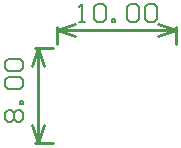
<source format=gm1>
G04 Layer_Color=16711935*
%FSAX25Y25*%
%MOIN*%
G70*
G01*
G75*
%ADD18C,0.01000*%
%ADD19C,0.00600*%
D18*
X0291870Y0347890D02*
Y0353500D01*
X0252500Y0347890D02*
Y0353500D01*
X0272185Y0352500D02*
X0291870D01*
X0252500D02*
X0272185D01*
X0285870Y0354500D02*
X0291870Y0352500D01*
X0285870Y0350500D02*
X0291870Y0352500D01*
X0252500D02*
X0258500Y0350500D01*
X0252500Y0352500D02*
X0258500Y0354500D01*
X0245102Y0346496D02*
X0251106D01*
X0245102Y0315000D02*
X0251106D01*
X0246102Y0330748D02*
Y0346496D01*
Y0315000D02*
Y0330748D01*
X0244102Y0340496D02*
X0246102Y0346496D01*
X0248102Y0340496D01*
X0246102Y0315000D02*
X0248102Y0321000D01*
X0244102D02*
X0246102Y0315000D01*
D19*
X0259784Y0355256D02*
X0261783D01*
X0260783D01*
Y0361254D01*
X0259784Y0360254D01*
X0264782D02*
X0265781Y0361254D01*
X0267781D01*
X0268780Y0360254D01*
Y0356256D01*
X0267781Y0355256D01*
X0265781D01*
X0264782Y0356256D01*
Y0360254D01*
X0270780Y0355256D02*
Y0356256D01*
X0271780D01*
Y0355256D01*
X0270780D01*
X0275778Y0360254D02*
X0276778Y0361254D01*
X0278777D01*
X0279777Y0360254D01*
Y0356256D01*
X0278777Y0355256D01*
X0276778D01*
X0275778Y0356256D01*
Y0360254D01*
X0281776D02*
X0282776Y0361254D01*
X0284775D01*
X0285775Y0360254D01*
Y0356256D01*
X0284775Y0355256D01*
X0282776D01*
X0281776Y0356256D01*
Y0360254D01*
X0236084Y0321890D02*
X0235085Y0322889D01*
Y0324889D01*
X0236084Y0325888D01*
X0237084D01*
X0238084Y0324889D01*
X0239083Y0325888D01*
X0240083D01*
X0241083Y0324889D01*
Y0322889D01*
X0240083Y0321890D01*
X0239083D01*
X0238084Y0322889D01*
X0237084Y0321890D01*
X0236084D01*
X0238084Y0322889D02*
Y0324889D01*
X0241083Y0327888D02*
X0240083D01*
Y0328888D01*
X0241083D01*
Y0327888D01*
X0236084Y0332886D02*
X0235085Y0333886D01*
Y0335885D01*
X0236084Y0336885D01*
X0240083D01*
X0241083Y0335885D01*
Y0333886D01*
X0240083Y0332886D01*
X0236084D01*
Y0338884D02*
X0235085Y0339884D01*
Y0341883D01*
X0236084Y0342883D01*
X0240083D01*
X0241083Y0341883D01*
Y0339884D01*
X0240083Y0338884D01*
X0236084D01*
M02*

</source>
